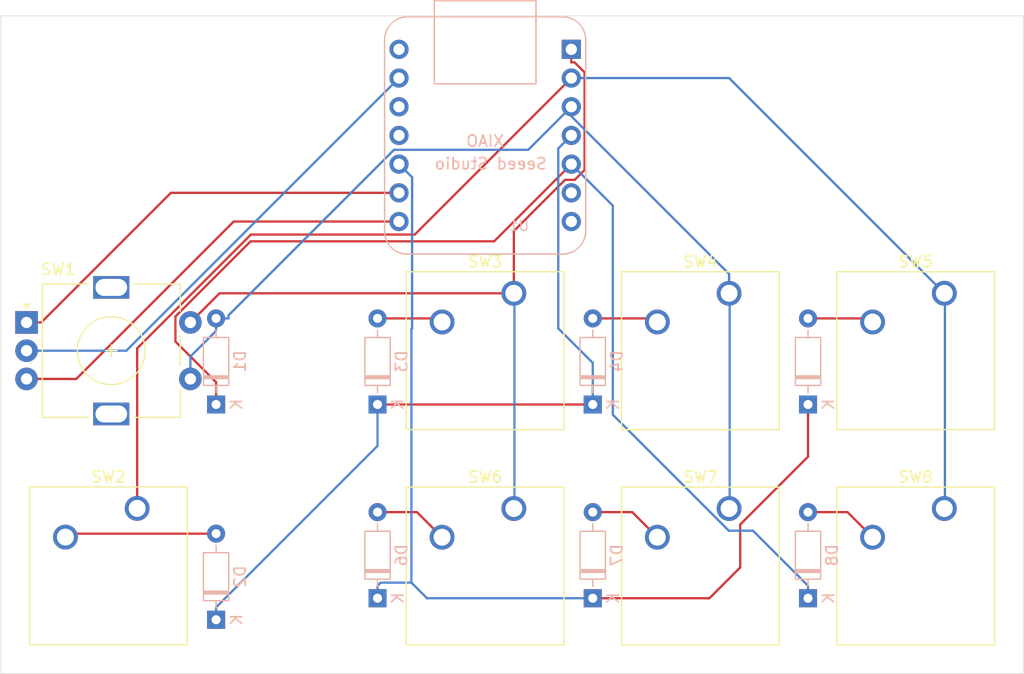
<source format=kicad_pcb>
(kicad_pcb (version 20240108) (generator "pcbnew") (generator_version "8.0")
  (layers (0 "F.Cu" signal) (31 "B.Cu" signal) (34 "B.Paste" user) (35 "F.Paste" user) (36 "B.SilkS" user "B.Silkscreen") (37 "F.SilkS" user "F.Silkscreen") (38 "B.Mask" user) (39 "F.Mask" user) (44 "Edge.Cuts" user))
  (net 0 "")
  (net 1 "Row 0")
  (net 2 "Net-(D2-A)")
  (net 3 "Net-(D3-A)")
  (net 4 "Net-(D4-A)")
  (net 5 "Row 1")
  (net 6 "Net-(D5-A)")
  (net 7 "Net-(D6-A)")
  (net 8 "GND")
  (net 9 "ECA")
  (net 10 "ECB")
  (net 11 "Col 2")
  (net 12 "Col 0")
  (net 13 "Col 1")
  (net 14 "VCC")
  (net 19 "Net-(D7-A)")
  (net 20 "Row 2")
  (net 21 "Net-(D8-A)")
  (footprint "Button_Switch_Keyboard:SW_Cherry_MX_1.00u_PCB" (layer "F.Cu") (at 154.94 94.92)
    (property "Reference" "SW2" (at -2.54 -2.794 0) (layer "F.SilkS"))
    (property "Value" "SW_Push_45deg")
    (fp_line (start -9.525 -1.905) (end 4.445 -1.905) (stroke (width 0.12)) (layer "F.SilkS"))
    (fp_line (start -9.525 12.065) (end -9.525 -1.905) (stroke (width 0.12)) (layer "F.SilkS"))
    (fp_line (start 4.445 -1.905) (end 4.445 12.065) (stroke (width 0.12)) (layer "F.SilkS"))
    (fp_line (start 4.445 12.065) (end -9.525 12.065) (stroke (width 0.12)) (layer "F.SilkS"))
    (pad "" np_thru_hole circle (at -7.62 5.08) (size 1.7 1.7) (drill 1.7) (layers "*.Cu" "*.Mask"))
    (pad "" np_thru_hole circle (at -2.54 5.08) (size 4 4) (drill 4) (layers "*.Cu" "*.Mask"))
    (pad "" np_thru_hole circle (at 2.54 5.08) (size 1.7 1.7) (drill 1.7) (layers "*.Cu" "*.Mask"))
    (pad "1" thru_hole circle (at 0 0) (size 2.2 2.2) (drill 1.5) (layers "*.Cu" "*.Mask") (net 12 "Col 0"))
    (pad "2" thru_hole circle (at -6.35 2.54) (size 2.2 2.2) (drill 1.5) (layers "*.Cu" "*.Mask") (net 2 "Net-(D2-A)"))
  )
  (footprint "Button_Switch_Keyboard:SW_Cherry_MX_1.00u_PCB" (layer "F.Cu") (at 207.3275 94.9325)
    (property "Reference" "SW7" (at -2.54 -2.794 0) (layer "F.SilkS"))
    (property "Value" "SW_Push_45deg")
    (fp_line (start -9.525 -1.905) (end 4.445 -1.905) (stroke (width 0.12)) (layer "F.SilkS"))
    (fp_line (start -9.525 12.065) (end -9.525 -1.905) (stroke (width 0.12)) (layer "F.SilkS"))
    (fp_line (start 4.445 -1.905) (end 4.445 12.065) (stroke (width 0.12)) (layer "F.SilkS"))
    (fp_line (start 4.445 12.065) (end -9.525 12.065) (stroke (width 0.12)) (layer "F.SilkS"))
    (pad "" np_thru_hole circle (at -7.62 5.08) (size 1.7 1.7) (drill 1.7) (layers "*.Cu" "*.Mask"))
    (pad "" np_thru_hole circle (at -2.54 5.08) (size 4 4) (drill 4) (layers "*.Cu" "*.Mask"))
    (pad "" np_thru_hole circle (at 2.54 5.08) (size 1.7 1.7) (drill 1.7) (layers "*.Cu" "*.Mask"))
    (pad "1" thru_hole circle (at 0 0) (size 2.2 2.2) (drill 1.5) (layers "*.Cu" "*.Mask") (net 11 "Col 2"))
    (pad "2" thru_hole circle (at -6.35 2.54) (size 2.2 2.2) (drill 1.5) (layers "*.Cu" "*.Mask") (net 19 "Net-(D7-A)"))
  )
  (footprint "Button_Switch_Keyboard:SW_Cherry_MX_1.00u_PCB" (layer "F.Cu") (at 188.2775 75.8825)
    (property "Reference" "SW3" (at -2.54 -2.794 0) (layer "F.SilkS"))
    (property "Value" "SW_Push_45deg")
    (fp_line (start -9.525 -1.905) (end 4.445 -1.905) (stroke (width 0.12)) (layer "F.SilkS"))
    (fp_line (start -9.525 12.065) (end -9.525 -1.905) (stroke (width 0.12)) (layer "F.SilkS"))
    (fp_line (start 4.445 -1.905) (end 4.445 12.065) (stroke (width 0.12)) (layer "F.SilkS"))
    (fp_line (start 4.445 12.065) (end -9.525 12.065) (stroke (width 0.12)) (layer "F.SilkS"))
    (pad "" np_thru_hole circle (at -7.62 5.08) (size 1.7 1.7) (drill 1.7) (layers "*.Cu" "*.Mask"))
    (pad "" np_thru_hole circle (at -2.54 5.08) (size 4 4) (drill 4) (layers "*.Cu" "*.Mask"))
    (pad "" np_thru_hole circle (at 2.54 5.08) (size 1.7 1.7) (drill 1.7) (layers "*.Cu" "*.Mask"))
    (pad "1" thru_hole circle (at 0 0) (size 2.2 2.2) (drill 1.5) (layers "*.Cu" "*.Mask") (net 13 "Col 1"))
    (pad "2" thru_hole circle (at -6.35 2.54) (size 2.2 2.2) (drill 1.5) (layers "*.Cu" "*.Mask") (net 3 "Net-(D3-A)"))
  )
  (footprint "Button_Switch_Keyboard:SW_Cherry_MX_1.00u_PCB" (layer "F.Cu") (at 188.2775 94.9325)
    (property "Reference" "SW6" (at -2.54 -2.794 0) (layer "F.SilkS"))
    (property "Value" "SW_Push_45deg")
    (fp_line (start -9.525 -1.905) (end 4.445 -1.905) (stroke (width 0.12)) (layer "F.SilkS"))
    (fp_line (start -9.525 12.065) (end -9.525 -1.905) (stroke (width 0.12)) (layer "F.SilkS"))
    (fp_line (start 4.445 -1.905) (end 4.445 12.065) (stroke (width 0.12)) (layer "F.SilkS"))
    (fp_line (start 4.445 12.065) (end -9.525 12.065) (stroke (width 0.12)) (layer "F.SilkS"))
    (pad "" np_thru_hole circle (at -7.62 5.08) (size 1.7 1.7) (drill 1.7) (layers "*.Cu" "*.Mask"))
    (pad "" np_thru_hole circle (at -2.54 5.08) (size 4 4) (drill 4) (layers "*.Cu" "*.Mask"))
    (pad "" np_thru_hole circle (at 2.54 5.08) (size 1.7 1.7) (drill 1.7) (layers "*.Cu" "*.Mask"))
    (pad "1" thru_hole circle (at 0 0) (size 2.2 2.2) (drill 1.5) (layers "*.Cu" "*.Mask") (net 13 "Col 1"))
    (pad "2" thru_hole circle (at -6.35 2.54) (size 2.2 2.2) (drill 1.5) (layers "*.Cu" "*.Mask") (net 7 "Net-(D6-A)"))
  )
  (footprint "Rotary_Encoder:RotaryEncoder_Alps_EC11E-Switch_Vertical_H20mm" (layer "F.Cu") (at 145.15 78.4625)
    (property "Reference" "SW1" (at 2.8 -4.7 0) (layer "F.SilkS"))
    (property "Value" "RotaryEncoder_Switch")
    (fp_line (start -0.3 -1.6) (end 0.3 -1.6) (stroke (width 0.12)) (layer "F.SilkS"))
    (fp_line (start 0 -1.3) (end -0.3 -1.6) (stroke (width 0.12)) (layer "F.SilkS"))
    (fp_line (start 0.3 -1.6) (end 0 -1.3) (stroke (width 0.12)) (layer "F.SilkS"))
    (fp_line (start 1.4 -3.4) (end 1.4 8.4) (stroke (width 0.12)) (layer "F.SilkS"))
    (fp_line (start 5.5 -3.4) (end 1.4 -3.4) (stroke (width 0.12)) (layer "F.SilkS"))
    (fp_line (start 5.5 8.4) (end 1.4 8.4) (stroke (width 0.12)) (layer "F.SilkS"))
    (fp_line (start 7 2.5) (end 8 2.5) (stroke (width 0.12)) (layer "F.SilkS"))
    (fp_line (start 7.5 2) (end 7.5 3) (stroke (width 0.12)) (layer "F.SilkS"))
    (fp_line (start 9.5 -3.4) (end 13.6 -3.4) (stroke (width 0.12)) (layer "F.SilkS"))
    (fp_line (start 13.6 -3.4) (end 13.6 -1) (stroke (width 0.12)) (layer "F.SilkS"))
    (fp_line (start 13.6 1.2) (end 13.6 3.8) (stroke (width 0.12)) (layer "F.SilkS"))
    (fp_line (start 13.6 6) (end 13.6 8.4) (stroke (width 0.12)) (layer "F.SilkS"))
    (fp_line (start 13.6 8.4) (end 9.5 8.4) (stroke (width 0.12)) (layer "F.SilkS"))
    (fp_circle (center 7.5 2.5) (end 10.5 2.5) (stroke (width 0.12)) (fill none) (layer "F.SilkS"))
    (pad "A" thru_hole rect (at 0 0) (size 2 2) (drill 1) (layers "*.Cu" "*.Mask") (net 9 "ECA"))
    (pad "B" thru_hole circle (at 0 5) (size 2 2) (drill 1) (layers "*.Cu" "*.Mask") (net 10 "ECB"))
    (pad "C" thru_hole circle (at 0 2.5) (size 2 2) (drill 1) (layers "*.Cu" "*.Mask") (net 8 "GND"))
    (pad "MP" thru_hole rect (at 7.5 -3.1) (size 3.2 2) (drill oval 2.8 1.5) (layers "*.Cu" "*.Mask"))
    (pad "MP" thru_hole rect (at 7.5 8.1) (size 3.2 2) (drill oval 2.8 1.5) (layers "*.Cu" "*.Mask"))
    (pad "S1" thru_hole circle (at 14.5 5) (size 2 2) (drill 1) (layers "*.Cu" "*.Mask") (net 11 "Col 2"))
    (pad "S2" thru_hole circle (at 14.5 0) (size 2 2) (drill 1) (layers "*.Cu" "*.Mask") (net 13 "Col 1"))
  )
  (footprint "Button_Switch_Keyboard:SW_Cherry_MX_1.00u_PCB" (layer "F.Cu") (at 226.3775 75.8825)
    (property "Reference" "SW5" (at -2.54 -2.794 0) (layer "F.SilkS"))
    (property "Value" "SW_Push_45deg")
    (fp_line (start -9.525 -1.905) (end 4.445 -1.905) (stroke (width 0.12)) (layer "F.SilkS"))
    (fp_line (start -9.525 12.065) (end -9.525 -1.905) (stroke (width 0.12)) (layer "F.SilkS"))
    (fp_line (start 4.445 -1.905) (end 4.445 12.065) (stroke (width 0.12)) (layer "F.SilkS"))
    (fp_line (start 4.445 12.065) (end -9.525 12.065) (stroke (width 0.12)) (layer "F.SilkS"))
    (pad "" np_thru_hole circle (at -7.62 5.08) (size 1.7 1.7) (drill 1.7) (layers "*.Cu" "*.Mask"))
    (pad "" np_thru_hole circle (at -2.54 5.08) (size 4 4) (drill 4) (layers "*.Cu" "*.Mask"))
    (pad "" np_thru_hole circle (at 2.54 5.08) (size 1.7 1.7) (drill 1.7) (layers "*.Cu" "*.Mask"))
    (pad "1" thru_hole circle (at 0 0) (size 2.2 2.2) (drill 1.5) (layers "*.Cu" "*.Mask") (net 12 "Col 0"))
    (pad "2" thru_hole circle (at -6.35 2.54) (size 2.2 2.2) (drill 1.5) (layers "*.Cu" "*.Mask") (net 6 "Net-(D5-A)"))
  )
  (footprint "Button_Switch_Keyboard:SW_Cherry_MX_1.00u_PCB" (layer "F.Cu") (at 207.3275 75.8825)
    (property "Reference" "SW4" (at -2.54 -2.794 0) (layer "F.SilkS"))
    (property "Value" "SW_Push_45deg")
    (fp_line (start -9.525 -1.905) (end 4.445 -1.905) (stroke (width 0.12)) (layer "F.SilkS"))
    (fp_line (start -9.525 12.065) (end -9.525 -1.905) (stroke (width 0.12)) (layer "F.SilkS"))
    (fp_line (start 4.445 -1.905) (end 4.445 12.065) (stroke (width 0.12)) (layer "F.SilkS"))
    (fp_line (start 4.445 12.065) (end -9.525 12.065) (stroke (width 0.12)) (layer "F.SilkS"))
    (pad "" np_thru_hole circle (at -7.62 5.08) (size 1.7 1.7) (drill 1.7) (layers "*.Cu" "*.Mask"))
    (pad "" np_thru_hole circle (at -2.54 5.08) (size 4 4) (drill 4) (layers "*.Cu" "*.Mask"))
    (pad "" np_thru_hole circle (at 2.54 5.08) (size 1.7 1.7) (drill 1.7) (layers "*.Cu" "*.Mask"))
    (pad "1" thru_hole circle (at 0 0) (size 2.2 2.2) (drill 1.5) (layers "*.Cu" "*.Mask") (net 11 "Col 2"))
    (pad "2" thru_hole circle (at -6.35 2.54) (size 2.2 2.2) (drill 1.5) (layers "*.Cu" "*.Mask") (net 4 "Net-(D4-A)"))
  )
  (footprint "Button_Switch_Keyboard:SW_Cherry_MX_1.00u_PCB" (layer "F.Cu") (at 226.3775 94.9325)
    (property "Reference" "SW8" (at -2.54 -2.794 0) (layer "F.SilkS"))
    (property "Value" "SW_Push_45deg")
    (fp_line (start -9.525 -1.905) (end 4.445 -1.905) (stroke (width 0.12)) (layer "F.SilkS"))
    (fp_line (start -9.525 12.065) (end -9.525 -1.905) (stroke (width 0.12)) (layer "F.SilkS"))
    (fp_line (start 4.445 -1.905) (end 4.445 12.065) (stroke (width 0.12)) (layer "F.SilkS"))
    (fp_line (start 4.445 12.065) (end -9.525 12.065) (stroke (width 0.12)) (layer "F.SilkS"))
    (pad "" np_thru_hole circle (at -7.62 5.08) (size 1.7 1.7) (drill 1.7) (layers "*.Cu" "*.Mask"))
    (pad "" np_thru_hole circle (at -2.54 5.08) (size 4 4) (drill 4) (layers "*.Cu" "*.Mask"))
    (pad "" np_thru_hole circle (at 2.54 5.08) (size 1.7 1.7) (drill 1.7) (layers "*.Cu" "*.Mask"))
    (pad "1" thru_hole circle (at 0 0) (size 2.2 2.2) (drill 1.5) (layers "*.Cu" "*.Mask") (net 12 "Col 0"))
    (pad "2" thru_hole circle (at -6.35 2.54) (size 2.2 2.2) (drill 1.5) (layers "*.Cu" "*.Mask") (net 21 "Net-(D8-A)"))
  )
  (footprint "Diode_THT:D_DO-35_SOD27_P7.62mm_Horizontal" (layer "B.Cu") (at 214.3125 102.87 90)
    (property "Reference" "D8" (at 3.81 2.12 90) (layer "B.SilkS") (effects (justify mirror)))
    (property "Value" "1N4148WT")
    (fp_line (start 5.93 -1.12) (end 1.69 -1.12) (stroke (width 0.12)) (layer "B.SilkS"))
    (fp_line (start 2.53 -1.12) (end 2.53 1.12) (stroke (width 0.12)) (layer "B.SilkS"))
    (fp_line (start 2.41 -1.12) (end 2.41 1.12) (stroke (width 0.12)) (layer "B.SilkS"))
    (fp_line (start 2.29 -1.12) (end 2.29 1.12) (stroke (width 0.12)) (layer "B.SilkS"))
    (fp_line (start 1.69 -1.12) (end 1.69 1.12) (stroke (width 0.12)) (layer "B.SilkS"))
    (fp_line (start 5.93 0) (end 6.58 0) (stroke (width 0.12)) (layer "B.SilkS"))
    (fp_line (start 1.69 0) (end 1.04 0) (stroke (width 0.12)) (layer "B.SilkS"))
    (fp_line (start 5.93 1.12) (end 5.93 -1.12) (stroke (width 0.12)) (layer "B.SilkS"))
    (fp_line (start 1.69 1.12) (end 5.93 1.12) (stroke (width 0.12)) (layer "B.SilkS"))
    (fp_text user "K" (at 0 1.8 90) (layer "B.SilkS") (effects (justify mirror)))
    (pad "1" thru_hole rect (at 0 0 90) (size 1.6 1.6) (drill 0.8) (layers "*.Cu" "*.Mask") (net 20 "Row 2"))
    (pad "2" thru_hole oval (at 7.62 0 90) (size 1.6 1.6) (drill 0.8) (layers "*.Cu" "*.Mask") (net 21 "Net-(D8-A)"))
  )
  (footprint "Diode_THT:D_DO-35_SOD27_P7.62mm_Horizontal" (layer "B.Cu") (at 195.2625 102.87 90)
    (property "Reference" "D7" (at 3.81 2.12 90) (layer "B.SilkS") (effects (justify mirror)))
    (property "Value" "1N4148WT")
    (fp_line (start 5.93 -1.12) (end 1.69 -1.12) (stroke (width 0.12)) (layer "B.SilkS"))
    (fp_line (start 2.53 -1.12) (end 2.53 1.12) (stroke (width 0.12)) (layer "B.SilkS"))
    (fp_line (start 2.41 -1.12) (end 2.41 1.12) (stroke (width 0.12)) (layer "B.SilkS"))
    (fp_line (start 2.29 -1.12) (end 2.29 1.12) (stroke (width 0.12)) (layer "B.SilkS"))
    (fp_line (start 1.69 -1.12) (end 1.69 1.12) (stroke (width 0.12)) (layer "B.SilkS"))
    (fp_line (start 5.93 0) (end 6.58 0) (stroke (width 0.12)) (layer "B.SilkS"))
    (fp_line (start 1.69 0) (end 1.04 0) (stroke (width 0.12)) (layer "B.SilkS"))
    (fp_line (start 5.93 1.12) (end 5.93 -1.12) (stroke (width 0.12)) (layer "B.SilkS"))
    (fp_line (start 1.69 1.12) (end 5.93 1.12) (stroke (width 0.12)) (layer "B.SilkS"))
    (fp_text user "K" (at 0 1.8 90) (layer "B.SilkS") (effects (justify mirror)))
    (pad "1" thru_hole rect (at 0 0 90) (size 1.6 1.6) (drill 0.8) (layers "*.Cu" "*.Mask") (net 5 "Row 1"))
    (pad "2" thru_hole oval (at 7.62 0 90) (size 1.6 1.6) (drill 0.8) (layers "*.Cu" "*.Mask") (net 19 "Net-(D7-A)"))
  )
  (footprint "Diode_THT:D_DO-35_SOD27_P7.62mm_Horizontal" (layer "B.Cu") (at 161.925 104.775 90)
    (property "Reference" "D2" (at 3.81 2.12 90) (layer "B.SilkS") (effects (justify mirror)))
    (property "Value" "1N4148WT")
    (fp_line (start 5.93 -1.12) (end 1.69 -1.12) (stroke (width 0.12)) (layer "B.SilkS"))
    (fp_line (start 2.53 -1.12) (end 2.53 1.12) (stroke (width 0.12)) (layer "B.SilkS"))
    (fp_line (start 2.41 -1.12) (end 2.41 1.12) (stroke (width 0.12)) (layer "B.SilkS"))
    (fp_line (start 2.29 -1.12) (end 2.29 1.12) (stroke (width 0.12)) (layer "B.SilkS"))
    (fp_line (start 1.69 -1.12) (end 1.69 1.12) (stroke (width 0.12)) (layer "B.SilkS"))
    (fp_line (start 5.93 0) (end 6.58 0) (stroke (width 0.12)) (layer "B.SilkS"))
    (fp_line (start 1.69 0) (end 1.04 0) (stroke (width 0.12)) (layer "B.SilkS"))
    (fp_line (start 5.93 1.12) (end 5.93 -1.12) (stroke (width 0.12)) (layer "B.SilkS"))
    (fp_line (start 1.69 1.12) (end 5.93 1.12) (stroke (width 0.12)) (layer "B.SilkS"))
    (fp_text user "K" (at 0 1.8 90) (layer "B.SilkS") (effects (justify mirror)))
    (pad "1" thru_hole rect (at 0 0 90) (size 1.6 1.6) (drill 0.8) (layers "*.Cu" "*.Mask") (net 1 "Row 0"))
    (pad "2" thru_hole oval (at 7.62 0 90) (size 1.6 1.6) (drill 0.8) (layers "*.Cu" "*.Mask") (net 2 "Net-(D2-A)"))
  )
  (footprint "Diode_THT:D_DO-35_SOD27_P7.62mm_Horizontal" (layer "B.Cu") (at 214.3125 85.725 90)
    (property "Reference" "D5" (hide yes))
    (property "Value" "1N4148WT")
    (fp_line (start 5.93 -1.12) (end 1.69 -1.12) (stroke (width 0.12)) (layer "B.SilkS"))
    (fp_line (start 2.53 -1.12) (end 2.53 1.12) (stroke (width 0.12)) (layer "B.SilkS"))
    (fp_line (start 2.41 -1.12) (end 2.41 1.12) (stroke (width 0.12)) (layer "B.SilkS"))
    (fp_line (start 2.29 -1.12) (end 2.29 1.12) (stroke (width 0.12)) (layer "B.SilkS"))
    (fp_line (start 1.69 -1.12) (end 1.69 1.12) (stroke (width 0.12)) (layer "B.SilkS"))
    (fp_line (start 5.93 0) (end 6.58 0) (stroke (width 0.12)) (layer "B.SilkS"))
    (fp_line (start 1.69 0) (end 1.04 0) (stroke (width 0.12)) (layer "B.SilkS"))
    (fp_line (start 5.93 1.12) (end 5.93 -1.12) (stroke (width 0.12)) (layer "B.SilkS"))
    (fp_line (start 1.69 1.12) (end 5.93 1.12) (stroke (width 0.12)) (layer "B.SilkS"))
    (fp_text user "K" (at 0 1.8 90) (layer "B.SilkS") (effects (justify mirror)))
    (pad "1" thru_hole rect (at 0 0 90) (size 1.6 1.6) (drill 0.8) (layers "*.Cu" "*.Mask") (net 5 "Row 1"))
    (pad "2" thru_hole oval (at 7.62 0 90) (size 1.6 1.6) (drill 0.8) (layers "*.Cu" "*.Mask") (net 6 "Net-(D5-A)"))
  )
  (footprint "Seeed Studio XIAO Series Library:XIAO-Generic-Thruhole-14P-2.54-21X17.8MM" (layer "B.Cu") (at 185.7375 61.9125 180)
    (property "Reference" "U1" (at -3 -8 0) (layer "B.SilkS") (effects (font (size 0.889 0.889) (thickness 0.1016)) (justify mirror)))
    (property "Value" "Seeed Studio XIAO SAMD21" (hide yes))
    (fp_line (start 8.9 8.5) (end 8.9 -8.5) (stroke (width 0.127)) (layer "B.SilkS"))
    (fp_line (start 6.9 -10.5) (end -6.9 -10.5) (stroke (width 0.127)) (layer "B.SilkS"))
    (fp_line (start 4.5 11.92403) (end -4.5 11.92403) (stroke (width 0.127)) (layer "B.SilkS"))
    (fp_line (start 4.5 4.57073) (end 4.5 11.92403) (stroke (width 0.127)) (layer "B.SilkS"))
    (fp_line (start -4.5 11.92403) (end -4.5 4.57073) (stroke (width 0.127)) (layer "B.SilkS"))
    (fp_line (start -4.5 4.57073) (end 4.5 4.57073) (stroke (width 0.127)) (layer "B.SilkS"))
    (fp_line (start -6.9 10.49909) (end 6.9 10.49909) (stroke (width 0.127)) (layer "B.SilkS"))
    (fp_line (start -8.9 -8.5) (end -8.9 8.5) (stroke (width 0.127)) (layer "B.SilkS"))
    (fp_arc (start 8.9 8.5) (mid 8.301494 9.901494) (end 6.9 10.5) (stroke (width 0.12)) (layer "B.SilkS"))
    (fp_arc (start 6.9 -10.5) (mid 8.314214 -9.914214) (end 8.9 -8.5) (stroke (width 0.12)) (layer "B.SilkS"))
    (fp_arc (start -6.9 10.5) (mid -8.301491 9.901491) (end -8.9 8.5) (stroke (width 0.12)) (layer "B.SilkS"))
    (fp_arc (start -8.9 -8.5) (mid -8.301423 -9.901423) (end -6.9 -10.5) (stroke (width 0.12)) (layer "B.SilkS"))
    (fp_poly (pts (xy -8.887715 8.561705) (xy -8.884667 8.610473) (xy -8.880603 8.659494)) (stroke (width 0.0254)) (fill none) (layer "B.SilkS"))
    (fp_poly (pts (xy 8.889492 -8.521574) (xy 8.887713 -8.57085) (xy 8.884665 -8.619618) (xy 8.880601 -8.668639) (xy 8.875268 -8.717407) (xy 8.868664 -8.766175) (xy 8.861044 -8.81469) (xy 8.852153 -8.86295) (xy 8.842248 -8.910955)) (stroke (width 0.0254)) (fill none) (layer "B.SilkS"))
    (fp_text user "Seeed Studio" (at -0.5 -2.5 0) (layer "B.SilkS") (effects (justify mirror)))
    (fp_text user "XIAO" (at 0 -0.5 0) (layer "B.SilkS") (effects (justify mirror)))
    (pad "1" thru_hole rect (at -7.625 7.62 180) (size 1.7 1.7) (drill 1) (layers "*.Cu" "*.Mask") (net 13 "Col 1"))
    (pad "2" thru_hole circle (at -7.625 5.08 180) (size 1.7 1.7) (drill 1) (layers "*.Cu" "*.Mask") (net 12 "Col 0"))
    (pad "3" thru_hole circle (at -7.625 2.54 180) (size 1.7 1.7) (drill 1) (layers "*.Cu" "*.Mask") (net 11 "Col 2"))
    (pad "4" thru_hole circle (at -7.625 0 180) (size 1.7 1.7) (drill 1) (layers "*.Cu" "*.Mask") (net 1 "Row 0"))
    (pad "5" thru_hole circle (at -7.625 -2.54 180) (size 1.7 1.7) (drill 1) (layers "*.Cu" "*.Mask") (net 20 "Row 2"))
    (pad "6" thru_hole circle (at -7.625 -5.08) (size 1.7 1.7) (drill 1) (layers "*.Cu" "*.Mask"))
    (pad "7" thru_hole circle (at -7.625 -7.62 180) (size 1.7 1.7) (drill 1) (layers "*.Cu" "*.Mask"))
    (pad "8" thru_hole circle (at 7.625 -7.62 180) (size 1.7 1.7) (drill 1) (layers "*.Cu" "*.Mask") (net 10 "ECB"))
    (pad "9" thru_hole circle (at 7.625 -5.08 180) (size 1.7 1.7) (drill 1) (layers "*.Cu" "*.Mask") (net 9 "ECA"))
    (pad "10" thru_hole circle (at 7.625 -2.54 180) (size 1.7 1.7) (drill 1) (layers "*.Cu" "*.Mask") (net 5 "Row 1"))
    (pad "11" thru_hole circle (at 7.625 0 180) (size 1.7 1.7) (drill 1) (layers "*.Cu" "*.Mask"))
    (pad "12" thru_hole circle (at 7.625 2.54 180) (size 1.7 1.7) (drill 1) (layers "*.Cu" "*.Mask"))
    (pad "13" thru_hole circle (at 7.625 5.08 180) (size 1.7 1.7) (drill 1) (layers "*.Cu" "*.Mask") (net 8 "GND"))
    (pad "14" thru_hole circle (at 7.625 7.62 180) (size 1.7 1.7) (drill 1) (layers "*.Cu" "*.Mask") (net 14 "VCC"))
  )
  (footprint "Diode_THT:D_DO-35_SOD27_P7.62mm_Horizontal" (layer "B.Cu") (at 176.2125 85.725 90)
    (property "Reference" "D3" (at 3.81 2.12 90) (layer "B.SilkS") (effects (justify mirror)))
    (property "Value" "1N4148WT")
    (fp_line (start 5.93 -1.12) (end 1.69 -1.12) (stroke (width 0.12)) (layer "B.SilkS"))
    (fp_line (start 2.53 -1.12) (end 2.53 1.12) (stroke (width 0.12)) (layer "B.SilkS"))
    (fp_line (start 2.41 -1.12) (end 2.41 1.12) (stroke (width 0.12)) (layer "B.SilkS"))
    (fp_line (start 2.29 -1.12) (end 2.29 1.12) (stroke (width 0.12)) (layer "B.SilkS"))
    (fp_line (start 1.69 -1.12) (end 1.69 1.12) (stroke (width 0.12)) (layer "B.SilkS"))
    (fp_line (start 5.93 0) (end 6.58 0) (stroke (width 0.12)) (layer "B.SilkS"))
    (fp_line (start 1.69 0) (end 1.04 0) (stroke (width 0.12)) (layer "B.SilkS"))
    (fp_line (start 5.93 1.12) (end 5.93 -1.12) (stroke (width 0.12)) (layer "B.SilkS"))
    (fp_line (start 1.69 1.12) (end 5.93 1.12) (stroke (width 0.12)) (layer "B.SilkS"))
    (fp_text user "K" (at 0 1.8 90) (layer "B.SilkS") (effects (justify mirror)))
    (pad "1" thru_hole rect (at 0 0 90) (size 1.6 1.6) (drill 0.8) (layers "*.Cu" "*.Mask") (net 1 "Row 0"))
    (pad "2" thru_hole oval (at 7.62 0 90) (size 1.6 1.6) (drill 0.8) (layers "*.Cu" "*.Mask") (net 3 "Net-(D3-A)"))
  )
  (footprint "Diode_THT:D_DO-35_SOD27_P7.62mm_Horizontal" (layer "B.Cu") (at 176.2125 102.87 90)
    (property "Reference" "D6" (at 3.81 2.12 90) (layer "B.SilkS") (effects (justify mirror)))
    (property "Value" "1N4148WT")
    (fp_line (start 5.93 -1.12) (end 1.69 -1.12) (stroke (width 0.12)) (layer "B.SilkS"))
    (fp_line (start 2.53 -1.12) (end 2.53 1.12) (stroke (width 0.12)) (layer "B.SilkS"))
    (fp_line (start 2.41 -1.12) (end 2.41 1.12) (stroke (width 0.12)) (layer "B.SilkS"))
    (fp_line (start 2.29 -1.12) (end 2.29 1.12) (stroke (width 0.12)) (layer "B.SilkS"))
    (fp_line (start 1.69 -1.12) (end 1.69 1.12) (stroke (width 0.12)) (layer "B.SilkS"))
    (fp_line (start 5.93 0) (end 6.58 0) (stroke (width 0.12)) (layer "B.SilkS"))
    (fp_line (start 1.69 0) (end 1.04 0) (stroke (width 0.12)) (layer "B.SilkS"))
    (fp_line (start 5.93 1.12) (end 5.93 -1.12) (stroke (width 0.12)) (layer "B.SilkS"))
    (fp_line (start 1.69 1.12) (end 5.93 1.12) (stroke (width 0.12)) (layer "B.SilkS"))
    (fp_text user "K" (at 0 1.8 90) (layer "B.SilkS") (effects (justify mirror)))
    (pad "1" thru_hole rect (at 0 0 90) (size 1.6 1.6) (drill 0.8) (layers "*.Cu" "*.Mask") (net 5 "Row 1"))
    (pad "2" thru_hole oval (at 7.62 0 90) (size 1.6 1.6) (drill 0.8) (layers "*.Cu" "*.Mask") (net 7 "Net-(D6-A)"))
  )
  (footprint "Diode_THT:D_DO-35_SOD27_P7.62mm_Horizontal" (layer "B.Cu") (at 195.2625 85.725 90)
    (property "Reference" "D4" (at 3.81 2.12 90) (layer "B.SilkS") (effects (justify mirror)))
    (property "Value" "1N4148WT")
    (fp_line (start 5.93 -1.12) (end 1.69 -1.12) (stroke (width 0.12)) (layer "B.SilkS"))
    (fp_line (start 2.53 -1.12) (end 2.53 1.12) (stroke (width 0.12)) (layer "B.SilkS"))
    (fp_line (start 2.41 -1.12) (end 2.41 1.12) (stroke (width 0.12)) (layer "B.SilkS"))
    (fp_line (start 2.29 -1.12) (end 2.29 1.12) (stroke (width 0.12)) (layer "B.SilkS"))
    (fp_line (start 1.69 -1.12) (end 1.69 1.12) (stroke (width 0.12)) (layer "B.SilkS"))
    (fp_line (start 5.93 0) (end 6.58 0) (stroke (width 0.12)) (layer "B.SilkS"))
    (fp_line (start 1.69 0) (end 1.04 0) (stroke (width 0.12)) (layer "B.SilkS"))
    (fp_line (start 5.93 1.12) (end 5.93 -1.12) (stroke (width 0.12)) (layer "B.SilkS"))
    (fp_line (start 1.69 1.12) (end 5.93 1.12) (stroke (width 0.12)) (layer "B.SilkS"))
    (fp_text user "K" (at 0 1.8 90) (layer "B.SilkS") (effects (justify mirror)))
    (pad "1" thru_hole rect (at 0 0 90) (size 1.6 1.6) (drill 0.8) (layers "*.Cu" "*.Mask") (net 1 "Row 0"))
    (pad "2" thru_hole oval (at 7.62 0 90) (size 1.6 1.6) (drill 0.8) (layers "*.Cu" "*.Mask") (net 4 "Net-(D4-A)"))
  )
  (footprint "Diode_THT:D_DO-35_SOD27_P7.62mm_Horizontal" (layer "B.Cu") (at 161.925 85.725 90)
    (property "Reference" "D1" (at 3.81 2.12 90) (layer "B.SilkS") (effects (justify mirror)))
    (property "Value" "1N4148WT")
    (fp_line (start 5.93 -1.12) (end 1.69 -1.12) (stroke (width 0.12)) (layer "B.SilkS"))
    (fp_line (start 2.53 -1.12) (end 2.53 1.12) (stroke (width 0.12)) (layer "B.SilkS"))
    (fp_line (start 2.41 -1.12) (end 2.41 1.12) (stroke (width 0.12)) (layer "B.SilkS"))
    (fp_line (start 2.29 -1.12) (end 2.29 1.12) (stroke (width 0.12)) (layer "B.SilkS"))
    (fp_line (start 1.69 -1.12) (end 1.69 1.12) (stroke (width 0.12)) (layer "B.SilkS"))
    (fp_line (start 5.93 0) (end 6.58 0) (stroke (width 0.12)) (layer "B.SilkS"))
    (fp_line (start 1.69 0) (end 1.04 0) (stroke (width 0.12)) (layer "B.SilkS"))
    (fp_line (start 5.93 1.12) (end 5.93 -1.12) (stroke (width 0.12)) (layer "B.SilkS"))
    (fp_line (start 1.69 1.12) (end 5.93 1.12) (stroke (width 0.12)) (layer "B.SilkS"))
    (fp_text user "K" (at 0 1.8 90) (layer "B.SilkS") (effects (justify mirror)))
    (pad "1" thru_hole rect (at 0 0 90) (size 1.6 1.6) (drill 0.8) (layers "*.Cu" "*.Mask") (net 20 "Row 2"))
    (pad "2" thru_hole oval (at 7.62 0 90) (size 1.6 1.6) (drill 0.8) (layers "*.Cu" "*.Mask") (net 11 "Col 2"))
  )
  (gr_rect (start 142.875 51.329061) (end 233.3625 109.5375) (stroke (width 0.05)) (fill none) (layer "Edge.Cuts"))
  (segment (start 195.2625 85.725) (end 176.2125 85.725) (width 0.2) (layer "F.Cu") (net 1))
  (segment (start 176.2125 85.725) (end 176.2125 89.3858) (width 0.2) (layer "B.Cu") (net 1))
  (segment (start 195.2625 82.0411) (end 195.2625 85.725) (width 0.2) (layer "B.Cu") (net 1))
  (segment (start 176.2125 89.3858) (end 161.925 103.6733) (width 0.2) (layer "B.Cu") (net 1))
  (segment (start 192.2075 63.0675) (end 192.2075 78.9861) (width 0.2) (layer "B.Cu") (net 1))
  (segment (start 192.2075 78.9861) (end 195.2625 82.0411) (width 0.2) (layer "B.Cu") (net 1))
  (segment (start 161.925 104.775) (end 161.925 103.6733) (width 0.2) (layer "B.Cu") (net 1))
  (segment (start 193.3625 61.9125) (end 192.2075 63.0675) (width 0.2) (layer "B.Cu") (net 1))
  (segment (start 148.895 97.155) (end 148.59 97.46) (width 0.2) (layer "F.Cu") (net 2))
  (segment (start 161.925 97.155) (end 148.895 97.155) (width 0.2) (layer "F.Cu") (net 2))
  (segment (start 176.2125 78.105) (end 181.61 78.105) (width 0.2) (layer "F.Cu") (net 3))
  (segment (start 181.61 78.105) (end 181.9275 78.4225) (width 0.2) (layer "F.Cu") (net 3))
  (segment (start 195.2625 78.105) (end 200.66 78.105) (width 0.2) (layer "F.Cu") (net 4))
  (segment (start 200.66 78.105) (end 200.9775 78.4225) (width 0.2) (layer "F.Cu") (net 4))
  (segment (start 214.3125 90.3475) (end 214.3125 85.725) (width 0.2) (layer "F.Cu") (net 5))
  (segment (start 205.5879 102.87) (end 208.3101 100.1478) (width 0.2) (layer "F.Cu") (net 5))
  (segment (start 208.3101 96.3499) (end 214.3125 90.3475) (width 0.2) (layer "F.Cu") (net 5))
  (segment (start 195.2625 102.87) (end 205.5879 102.87) (width 0.2) (layer "F.Cu") (net 5))
  (segment (start 208.3101 100.1478) (end 208.3101 96.3499) (width 0.2) (layer "F.Cu") (net 5))
  (segment (start 176.2125 102.87) (end 176.2125 101.7683) (width 0.2) (layer "B.Cu") (net 5))
  (segment (start 179.2103 101.4904) (end 180.5899 102.87) (width 0.2) (layer "B.Cu") (net 5))
  (segment (start 179.2103 79.0433) (end 179.2103 101.4904) (width 0.2) (layer "B.Cu") (net 5))
  (segment (start 178.1125 64.4525) (end 179.2735 65.6135) (width 0.2) (layer "B.Cu") (net 5))
  (segment (start 180.5899 102.87) (end 195.2625 102.87) (width 0.2) (layer "B.Cu") (net 5))
  (segment (start 176.2125 101.7683) (end 176.4904 101.4904) (width 0.2) (layer "B.Cu") (net 5))
  (segment (start 179.2735 65.6135) (end 179.2735 78.9801) (width 0.2) (layer "B.Cu") (net 5))
  (segment (start 179.2735 78.9801) (end 179.2103 79.0433) (width 0.2) (layer "B.Cu") (net 5))
  (segment (start 176.4904 101.4904) (end 179.2103 101.4904) (width 0.2) (layer "B.Cu") (net 5))
  (segment (start 214.3125 78.105) (end 219.71 78.105) (width 0.2) (layer "F.Cu") (net 6))
  (segment (start 219.71 78.105) (end 220.0275 78.4225) (width 0.2) (layer "F.Cu") (net 6))
  (segment (start 176.2125 95.25) (end 179.705 95.25) (width 0.2) (layer "F.Cu") (net 7))
  (segment (start 179.705 95.25) (end 181.9275 97.4725) (width 0.2) (layer "F.Cu") (net 7))
  (segment (start 153.9825 80.9625) (end 145.15 80.9625) (width 0.2) (layer "B.Cu") (net 8))
  (segment (start 178.1125 56.8325) (end 153.9825 80.9625) (width 0.2) (layer "B.Cu") (net 8))
  (segment (start 178.1125 66.9925) (end 157.9217 66.9925) (width 0.2) (layer "F.Cu") (net 9))
  (segment (start 145.15 78.4625) (end 146.4517 78.4625) (width 0.2) (layer "F.Cu") (net 9))
  (segment (start 157.9217 66.9925) (end 146.4517 78.4625) (width 0.2) (layer "F.Cu") (net 9))
  (segment (start 149.55 83.4625) (end 145.15 83.4625) (width 0.2) (layer "F.Cu") (net 10))
  (segment (start 178.1125 69.5325) (end 163.48 69.5325) (width 0.2) (layer "F.Cu") (net 10))
  (segment (start 163.48 69.5325) (end 149.55 83.4625) (width 0.2) (layer "F.Cu") (net 10))
  (segment (start 159.65 81.4817) (end 159.65 83.4625) (width 0.2) (layer "B.Cu") (net 11))
  (segment (start 163.0267 77.8296) (end 177.6738 63.1825) (width 0.2) (layer "B.Cu") (net 11))
  (segment (start 189.5525 63.1825) (end 192.9417 59.7933) (width 0.2) (layer "B.Cu") (net 11))
  (segment (start 207.3275 74.1791) (end 207.3275 75.8825) (width 0.2) (layer "B.Cu") (net 11))
  (segment (start 207.3783 75.9333) (end 207.3783 94.8817) (width 0.2) (layer "B.Cu") (net 11))
  (segment (start 192.9417 59.7933) (end 207.3275 74.1791) (width 0.2) (layer "B.Cu") (net 11))
  (segment (start 161.925 78.6434) (end 161.925 79.2067) (width 0.2) (layer "B.Cu") (net 11))
  (segment (start 161.925 79.2067) (end 159.65 81.4817) (width 0.2) (layer "B.Cu") (net 11))
  (segment (start 177.6738 63.1825) (end 189.5525 63.1825) (width 0.2) (layer "B.Cu") (net 11))
  (segment (start 163.0267 78.105) (end 163.0267 77.8296) (width 0.2) (layer "B.Cu") (net 11))
  (segment (start 192.9417 59.7933) (end 193.3625 59.3725) (width 0.2) (layer "B.Cu") (net 11))
  (segment (start 161.925 78.6434) (end 161.925 78.105) (width 0.2) (layer "B.Cu") (net 11))
  (segment (start 207.3783 94.8817) (end 207.3275 94.9325) (width 0.2) (layer "B.Cu") (net 11))
  (segment (start 161.925 78.105) (end 163.0267 78.105) (width 0.2) (layer "B.Cu") (net 11))
  (segment (start 207.3275 75.8825) (end 207.3783 75.9333) (width 0.2) (layer "B.Cu") (net 11))
  (segment (start 179.5108 70.6842) (end 165.0083 70.6842) (width 0.2) (layer "F.Cu") (net 12))
  (segment (start 154.94 80.7525) (end 154.94 94.92) (width 0.2) (layer "F.Cu") (net 12))
  (segment (start 165.0083 70.6842) (end 154.94 80.7525) (width 0.2) (layer "F.Cu") (net 12))
  (segment (start 193.3625 56.8325) (end 179.5108 70.6842) (width 0.2) (layer "F.Cu") (net 12))
  (segment (start 193.3625 56.8325) (end 207.3275 56.8325) (width 0.2) (layer "B.Cu") (net 12))
  (segment (start 207.3275 56.8325) (end 226.3775 75.8825) (width 0.2) (layer "B.Cu") (net 12))
  (segment (start 226.4283 75.9333) (end 226.4283 94.8817) (width 0.2) (layer "B.Cu") (net 12))
  (segment (start 226.3775 75.8825) (end 226.4283 75.9333) (width 0.2) (layer "B.Cu") (net 12))
  (segment (start 226.4283 94.8817) (end 226.3775 94.9325) (width 0.2) (layer "B.Cu") (net 12))
  (segment (start 162.23 75.8825) (end 188.2775 75.8825) (width 0.2) (layer "F.Cu") (net 13))
  (segment (start 194.5391 64.9661) (end 193.6644 65.8408) (width 0.2) (layer "F.Cu") (net 13))
  (segment (start 192.807 65.8408) (end 188.2775 70.3703) (width 0.2) (layer "F.Cu") (net 13))
  (segment (start 188.2775 70.3703) (end 188.2775 75.8825) (width 0.2) (layer "F.Cu") (net 13))
  (segment (start 159.65 78.4625) (end 162.23 75.8825) (width 0.2) (layer "F.Cu") (net 13))
  (segment (start 193.3625 54.2925) (end 193.3625 55.4442) (width 0.2) (layer "F.Cu") (net 13))
  (segment (start 193.6644 65.8408) (end 192.807 65.8408) (width 0.2) (layer "F.Cu") (net 13))
  (segment (start 194.5391 56.3329) (end 194.5391 64.9661) (width 0.2) (layer "F.Cu") (net 13))
  (segment (start 193.3625 55.4442) (end 193.6504 55.4442) (width 0.2) (layer "F.Cu") (net 13))
  (segment (start 193.6504 55.4442) (end 194.5391 56.3329) (width 0.2) (layer "F.Cu") (net 13))
  (segment (start 188.3283 94.8817) (end 188.2775 94.9325) (width 0.2) (layer "B.Cu") (net 13))
  (segment (start 188.3283 75.9333) (end 188.3283 94.8817) (width 0.2) (layer "B.Cu") (net 13))
  (segment (start 188.2775 75.8825) (end 188.3283 75.9333) (width 0.2) (layer "B.Cu") (net 13))
  (segment (start 198.755 95.25) (end 200.9775 97.4725) (width 0.2) (layer "F.Cu") (net 19))
  (segment (start 195.2625 95.25) (end 198.755 95.25) (width 0.2) (layer "F.Cu") (net 19))
  (segment (start 164.979 71.2827) (end 158.3251 77.9366) (width 0.2) (layer "F.Cu") (net 20))
  (segment (start 158.3251 80.1497) (end 161.925 83.7496) (width 0.2) (layer "F.Cu") (net 20))
  (segment (start 186.5324 71.2827) (end 164.979 71.2827) (width 0.2) (layer "F.Cu") (net 20))
  (segment (start 193.3625 64.4525) (end 186.5324 71.2826) (width 0.2) (layer "F.Cu") (net 20))
  (segment (start 186.5324 71.2826) (end 186.5324 71.2827) (width 0.2) (layer "F.Cu") (net 20))
  (segment (start 158.3251 77.9366) (end 158.3251 80.1497) (width 0.2) (layer "F.Cu") (net 20))
  (segment (start 161.925 83.7496) (end 161.925 85.725) (width 0.2) (layer "F.Cu") (net 20))
  (segment (start 193.3625 64.4525) (end 197.0343 68.1243) (width 0.2) (layer "B.Cu") (net 20))
  (segment (start 197.0343 86.6242) (end 207.3026 96.8925) (width 0.2) (layer "B.Cu") (net 20))
  (segment (start 209.4367 96.8925) (end 214.3125 101.7683) (width 0.2) (layer "B.Cu") (net 20))
  (segment (start 214.3125 102.87) (end 214.3125 101.7683) (width 0.2) (layer "B.Cu") (net 20))
  (segment (start 207.3026 96.8925) (end 209.4367 96.8925) (width 0.2) (layer "B.Cu") (net 20))
  (segment (start 197.0343 68.1243) (end 197.0343 86.6242) (width 0.2) (layer "B.Cu") (net 20))
  (segment (start 214.3125 95.25) (end 217.805 95.25) (width 0.2) (layer "F.Cu") (net 21))
  (segment (start 217.805 95.25) (end 220.0275 97.4725) (width 0.2) (layer "F.Cu") (net 21))
)
</source>
